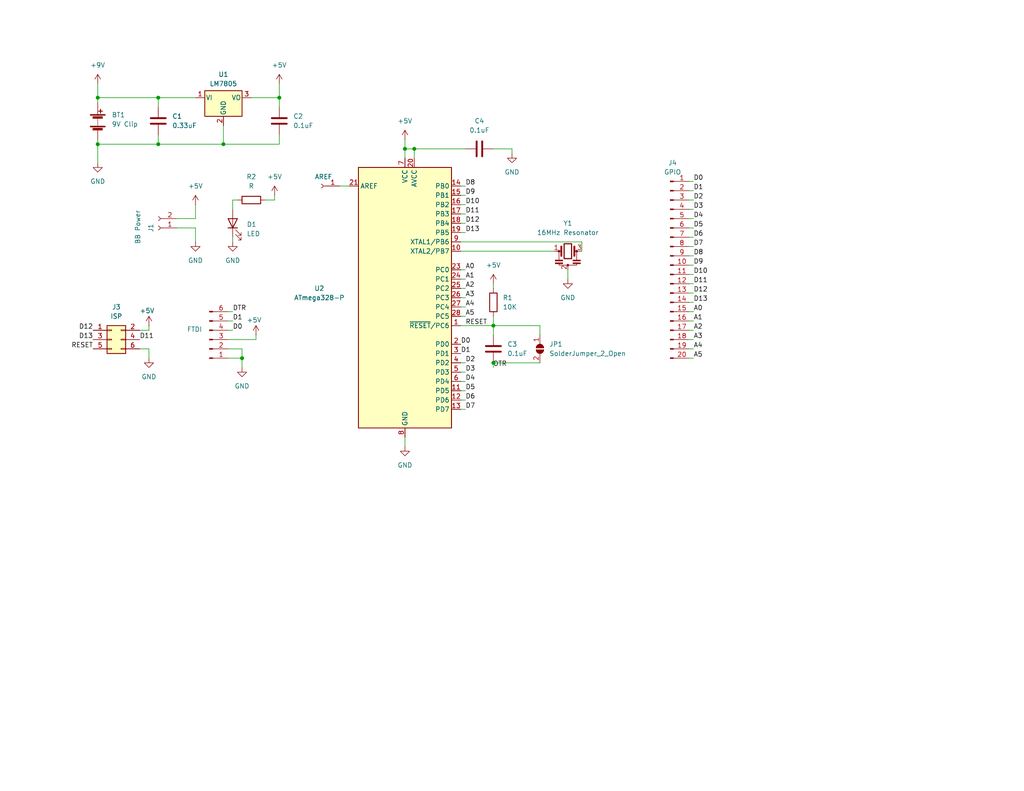
<source format=kicad_sch>
(kicad_sch (version 20231120) (generator "eeschema") (generator_version "8.0")
  (paper "USLetter")
  (title_block (title "Project 2: Arduino Clone"))
  (lib_symbols
    (symbol "05833:+9V" (power) (pin_names (offset 0))
      (property "Value" "+9V" (at 0 3.556 0))
      (symbol "+9V_0_1"
        (polyline (pts (xy -0.762 1.27) (xy 0 2.54)))
        (polyline (pts (xy 0 0) (xy 0 2.54)))
        (polyline (pts (xy 0 2.54) (xy 0.762 1.27)))
      )
      (symbol "+9V_1_1"
        (pin power_in line (at 0 0 90) (length 0) hide (name "+9V") (number "1"))
      )
    )
    (symbol "05833:Battery" (pin_numbers hide) (pin_names (offset 0) hide)
      (property "Reference" "BT" (at 2.54 2.54 0))
      (property "Value" "Battery" (at 2.54 0 0))
      (symbol "Battery_0_1"
        (rectangle (start -2.032 -1.397) (end 2.032 -1.651) (fill (type outline)))
        (rectangle (start -2.032 1.778) (end 2.032 1.524) (fill (type outline)))
        (rectangle (start -1.3208 -1.9812) (end 1.27 -2.4892) (fill (type outline)))
        (rectangle (start -1.3208 1.1938) (end 1.27 0.6858) (fill (type outline)))
        (polyline (pts (xy 0 -1.524) (xy 0 -1.27)))
        (polyline (pts (xy 0 -1.016) (xy 0 -0.762)))
        (polyline (pts (xy 0 -0.508) (xy 0 -0.254)))
        (polyline (pts (xy 0 0) (xy 0 0.254)))
        (polyline (pts (xy 0 0.508) (xy 0 0.762)))
        (polyline (pts (xy 0 1.778) (xy 0 2.54)))
        (polyline (pts (xy 0.254 2.667) (xy 1.27 2.667)) (stroke (width 0.254)))
        (polyline (pts (xy 0.762 3.175) (xy 0.762 2.159)) (stroke (width 0.254)))
      )
      (symbol "Battery_1_1"
        (pin output line (at 0 5.08 270) (length 2.54) (name "+") (number "1"))
        (pin power_out line (at 0 -5.08 90) (length 2.54) (name "-") (number "2"))
      )
    )
    (symbol "05833:Conn_02x03_Odd_Even" (pin_names (offset 1.016) hide)
      (property "Reference" "J" (at 1.27 5.08 0))
      (property "Value" "Conn_02x03_Odd_Even" (at 1.27 -5.08 0))
      (symbol "Conn_02x03_Odd_Even_1_1"
        (rectangle (start -1.27 -2.413) (end 0 -2.667) (stroke (width 0.1524)))
        (rectangle (start -1.27 0.127) (end 0 -0.127) (stroke (width 0.1524)))
        (rectangle (start -1.27 2.667) (end 0 2.413) (stroke (width 0.1524)))
        (rectangle (start -1.27 3.81) (end 3.81 -3.81) (stroke (width 0.254)) (fill (type background)))
        (rectangle (start 3.81 -2.413) (end 2.54 -2.667) (stroke (width 0.1524)))
        (rectangle (start 3.81 0.127) (end 2.54 -0.127) (stroke (width 0.1524)))
        (rectangle (start 3.81 2.667) (end 2.54 2.413) (stroke (width 0.1524)))
        (pin passive line (at -5.08 2.54 0) (length 3.81) (name "Pin_1") (number "1"))
        (pin passive line (at 7.62 2.54 180) (length 3.81) (name "Pin_2") (number "2"))
        (pin passive line (at -5.08 0 0) (length 3.81) (name "Pin_3") (number "3"))
        (pin passive line (at 7.62 0 180) (length 3.81) (name "Pin_4") (number "4"))
        (pin passive line (at -5.08 -2.54 0) (length 3.81) (name "Pin_5") (number "5"))
        (pin passive line (at 7.62 -2.54 180) (length 3.81) (name "Pin_6") (number "6"))
      )
    )
    (symbol "05833:GND" (power) (pin_names (offset 0))
      (property "Value" "GND" (at 0 -3.81 0))
      (symbol "GND_0_1"
        (polyline (pts (xy 0 0) (xy 0 -1.27) (xy 1.27 -1.27) (xy 0 -2.54) (xy -1.27 -1.27) (xy 0 -1.27)))
      )
      (symbol "GND_1_1"
        (pin power_in line (at 0 0 270) (length 0) hide (name "GND") (number "1"))
      )
    )
    (symbol "05833:R" (pin_numbers hide) (pin_names (offset 0))
      (property "Reference" "R" (at 2.032 0 90))
      (property "Value" "R" (at 0 0 90))
      (symbol "R_0_1"
        (rectangle (start -1.016 -2.54) (end 1.016 2.54) (stroke (width 0.254)))
      )
      (symbol "R_1_1"
        (pin passive line (at 0 3.81 270) (length 1.27) (name "~") (number "1"))
        (pin passive line (at 0 -3.81 90) (length 1.27) (name "~") (number "2"))
      )
    )
    (symbol "05833:Resonator" (pin_names (offset 1.016) hide)
      (property "Reference" "Y" (at 0 5.715 0))
      (property "Value" "Resonator" (at 0 3.81 0))
      (symbol "Resonator_0_1"
        (rectangle (start -3.429 -3.175) (end -1.397 -3.429) (fill (type outline)))
        (rectangle (start -3.429 -2.413) (end -1.397 -2.667) (fill (type outline)))
        (circle (center -2.413 0) (radius 0.254) (fill (type outline)))
        (rectangle (start -1.016 2.032) (end 1.016 -2.032) (stroke (width 0.3048)))
        (circle (center 0 -3.81) (radius 0.254) (fill (type outline)))
        (polyline (pts (xy -2.413 -2.413) (xy -2.413 0)))
        (polyline (pts (xy -1.905 0) (xy -3.175 0)))
        (polyline (pts (xy -1.778 -1.27) (xy -1.778 1.27)) (stroke (width 0.508)))
        (polyline (pts (xy 1.778 -1.27) (xy 1.778 1.27)) (stroke (width 0.508)))
        (polyline (pts (xy 1.905 0) (xy 2.54 0)))
        (polyline (pts (xy 2.413 0) (xy 2.413 -2.54)))
        (polyline (pts (xy 2.413 -3.302) (xy 2.413 -3.81) (xy -2.413 -3.81) (xy -2.413 -3.302)))
        (rectangle (start 1.397 -3.175) (end 3.429 -3.429) (fill (type outline)))
        (rectangle (start 1.397 -2.413) (end 3.429 -2.667) (fill (type outline)))
        (circle (center 2.413 0) (radius 0.254) (fill (type outline)))
      )
      (symbol "Resonator_1_1"
        (pin passive line (at -3.81 0 0) (length 1.27) (name "1") (number "1"))
        (pin passive line (at 0 -5.08 90) (length 1.27) (name "2") (number "2"))
        (pin passive line (at 3.81 0 180) (length 1.27) (name "3") (number "3"))
      )
    )
    (symbol "Connector:Conn_01x01_Socket" (pin_names (offset 1.016) hide)
      (property "Reference" "J" (at 0 2.54 0))
      (property "Value" "Conn_01x01_Socket" (at 0 -2.54 0))
      (symbol "Conn_01x01_Socket_1_1"
        (polyline (pts (xy -1.27 0) (xy -0.508 0)) (stroke (width 0.1524)))
        (arc (start 0 0.508) (mid -0.5058 0) (end 0 -0.508) (stroke (width 0.1524)))
        (pin passive line (at -5.08 0 0) (length 3.81) (name "Pin_1") (number "1"))
      )
    )
    (symbol "Connector:Conn_01x02_Socket" (pin_names (offset 1.016) hide)
      (property "Reference" "J" (at 0 2.54 0))
      (property "Value" "Conn_01x02_Socket" (at 0 -5.08 0))
      (symbol "Conn_01x02_Socket_1_1"
        (arc (start 0 -2.032) (mid -0.5058 -2.54) (end 0 -3.048) (stroke (width 0.1524)))
        (polyline (pts (xy -1.27 -2.54) (xy -0.508 -2.54)) (stroke (width 0.1524)))
        (polyline (pts (xy -1.27 0) (xy -0.508 0)) (stroke (width 0.1524)))
        (arc (start 0 0.508) (mid -0.5058 0) (end 0 -0.508) (stroke (width 0.1524)))
        (pin passive line (at -5.08 0 0) (length 3.81) (name "Pin_1") (number "1"))
        (pin passive line (at -5.08 -2.54 0) (length 3.81) (name "Pin_2") (number "2"))
      )
    )
    (symbol "Connector:Conn_01x06_Pin" (pin_names (offset 1.016) hide)
      (property "Reference" "J" (at 0 7.62 0))
      (property "Value" "Conn_01x06_Pin" (at 0 -10.16 0))
      (symbol "Conn_01x06_Pin_1_1"
        (polyline (pts (xy 1.27 -7.62) (xy 0.8636 -7.62)) (stroke (width 0.1524)))
        (polyline (pts (xy 1.27 -5.08) (xy 0.8636 -5.08)) (stroke (width 0.1524)))
        (polyline (pts (xy 1.27 -2.54) (xy 0.8636 -2.54)) (stroke (width 0.1524)))
        (polyline (pts (xy 1.27 0) (xy 0.8636 0)) (stroke (width 0.1524)))
        (polyline (pts (xy 1.27 2.54) (xy 0.8636 2.54)) (stroke (width 0.1524)))
        (polyline (pts (xy 1.27 5.08) (xy 0.8636 5.08)) (stroke (width 0.1524)))
        (rectangle (start 0.8636 -7.493) (end 0 -7.747) (stroke (width 0.1524)) (fill (type outline)))
        (rectangle (start 0.8636 -4.953) (end 0 -5.207) (stroke (width 0.1524)) (fill (type outline)))
        (rectangle (start 0.8636 -2.413) (end 0 -2.667) (stroke (width 0.1524)) (fill (type outline)))
        (rectangle (start 0.8636 0.127) (end 0 -0.127) (stroke (width 0.1524)) (fill (type outline)))
        (rectangle (start 0.8636 2.667) (end 0 2.413) (stroke (width 0.1524)) (fill (type outline)))
        (rectangle (start 0.8636 5.207) (end 0 4.953) (stroke (width 0.1524)) (fill (type outline)))
        (pin passive line (at 5.08 5.08 180) (length 3.81) (name "Pin_1") (number "1"))
        (pin passive line (at 5.08 2.54 180) (length 3.81) (name "Pin_2") (number "2"))
        (pin passive line (at 5.08 0 180) (length 3.81) (name "Pin_3") (number "3"))
        (pin passive line (at 5.08 -2.54 180) (length 3.81) (name "Pin_4") (number "4"))
        (pin passive line (at 5.08 -5.08 180) (length 3.81) (name "Pin_5") (number "5"))
        (pin passive line (at 5.08 -7.62 180) (length 3.81) (name "Pin_6") (number "6"))
      )
    )
    (symbol "Connector:Conn_01x20_Pin" (pin_names (offset 1.016) hide)
      (property "Reference" "J" (at 0 25.4 0))
      (property "Value" "Conn_01x20_Pin" (at 0 -27.94 0))
      (symbol "Conn_01x20_Pin_1_1"
        (polyline (pts (xy 1.27 -25.4) (xy 0.8636 -25.4)) (stroke (width 0.1524)))
        (polyline (pts (xy 1.27 -22.86) (xy 0.8636 -22.86)) (stroke (width 0.1524)))
        (polyline (pts (xy 1.27 -20.32) (xy 0.8636 -20.32)) (stroke (width 0.1524)))
        (polyline (pts (xy 1.27 -17.78) (xy 0.8636 -17.78)) (stroke (width 0.1524)))
        (polyline (pts (xy 1.27 -15.24) (xy 0.8636 -15.24)) (stroke (width 0.1524)))
        (polyline (pts (xy 1.27 -12.7) (xy 0.8636 -12.7)) (stroke (width 0.1524)))
        (polyline (pts (xy 1.27 -10.16) (xy 0.8636 -10.16)) (stroke (width 0.1524)))
        (polyline (pts (xy 1.27 -7.62) (xy 0.8636 -7.62)) (stroke (width 0.1524)))
        (polyline (pts (xy 1.27 -5.08) (xy 0.8636 -5.08)) (stroke (width 0.1524)))
        (polyline (pts (xy 1.27 -2.54) (xy 0.8636 -2.54)) (stroke (width 0.1524)))
        (polyline (pts (xy 1.27 0) (xy 0.8636 0)) (stroke (width 0.1524)))
        (polyline (pts (xy 1.27 2.54) (xy 0.8636 2.54)) (stroke (width 0.1524)))
        (polyline (pts (xy 1.27 5.08) (xy 0.8636 5.08)) (stroke (width 0.1524)))
        (polyline (pts (xy 1.27 7.62) (xy 0.8636 7.62)) (stroke (width 0.1524)))
        (polyline (pts (xy 1.27 10.16) (xy 0.8636 10.16)) (stroke (width 0.1524)))
        (polyline (pts (xy 1.27 12.7) (xy 0.8636 12.7)) (stroke (width 0.1524)))
        (polyline (pts (xy 1.27 15.24) (xy 0.8636 15.24)) (stroke (width 0.1524)))
        (polyline (pts (xy 1.27 17.78) (xy 0.8636 17.78)) (stroke (width 0.1524)))
        (polyline (pts (xy 1.27 20.32) (xy 0.8636 20.32)) (stroke (width 0.1524)))
        (polyline (pts (xy 1.27 22.86) (xy 0.8636 22.86)) (stroke (width 0.1524)))
        (rectangle (start 0.8636 -25.273) (end 0 -25.527) (stroke (width 0.1524)) (fill (type outline)))
        (rectangle (start 0.8636 -22.733) (end 0 -22.987) (stroke (width 0.1524)) (fill (type outline)))
        (rectangle (start 0.8636 -20.193) (end 0 -20.447) (stroke (width 0.1524)) (fill (type outline)))
        (rectangle (start 0.8636 -17.653) (end 0 -17.907) (stroke (width 0.1524)) (fill (type outline)))
        (rectangle (start 0.8636 -15.113) (end 0 -15.367) (stroke (width 0.1524)) (fill (type outline)))
        (rectangle (start 0.8636 -12.573) (end 0 -12.827) (stroke (width 0.1524)) (fill (type outline)))
        (rectangle (start 0.8636 -10.033) (end 0 -10.287) (stroke (width 0.1524)) (fill (type outline)))
        (rectangle (start 0.8636 -7.493) (end 0 -7.747) (stroke (width 0.1524)) (fill (type outline)))
        (rectangle (start 0.8636 -4.953) (end 0 -5.207) (stroke (width 0.1524)) (fill (type outline)))
        (rectangle (start 0.8636 -2.413) (end 0 -2.667) (stroke (width 0.1524)) (fill (type outline)))
        (rectangle (start 0.8636 0.127) (end 0 -0.127) (stroke (width 0.1524)) (fill (type outline)))
        (rectangle (start 0.8636 2.667) (end 0 2.413) (stroke (width 0.1524)) (fill (type outline)))
        (rectangle (start 0.8636 5.207) (end 0 4.953) (stroke (width 0.1524)) (fill (type outline)))
        (rectangle (start 0.8636 7.747) (end 0 7.493) (stroke (width 0.1524)) (fill (type outline)))
        (rectangle (start 0.8636 10.287) (end 0 10.033) (stroke (width 0.1524)) (fill (type outline)))
        (rectangle (start 0.8636 12.827) (end 0 12.573) (stroke (width 0.1524)) (fill (type outline)))
        (rectangle (start 0.8636 15.367) (end 0 15.113) (stroke (width 0.1524)) (fill (type outline)))
        (rectangle (start 0.8636 17.907) (end 0 17.653) (stroke (width 0.1524)) (fill (type outline)))
        (rectangle (start 0.8636 20.447) (end 0 20.193) (stroke (width 0.1524)) (fill (type outline)))
        (rectangle (start 0.8636 22.987) (end 0 22.733) (stroke (width 0.1524)) (fill (type outline)))
        (pin passive line (at 5.08 22.86 180) (length 3.81) (name "Pin_1") (number "1"))
        (pin passive line (at 5.08 0 180) (length 3.81) (name "Pin_10") (number "10"))
        (pin passive line (at 5.08 -2.54 180) (length 3.81) (name "Pin_11") (number "11"))
        (pin passive line (at 5.08 -5.08 180) (length 3.81) (name "Pin_12") (number "12"))
        (pin passive line (at 5.08 -7.62 180) (length 3.81) (name "Pin_13") (number "13"))
        (pin passive line (at 5.08 -10.16 180) (length 3.81) (name "Pin_14") (number "14"))
        (pin passive line (at 5.08 -12.7 180) (length 3.81) (name "Pin_15") (number "15"))
        (pin passive line (at 5.08 -15.24 180) (length 3.81) (name "Pin_16") (number "16"))
        (pin passive line (at 5.08 -17.78 180) (length 3.81) (name "Pin_17") (number "17"))
        (pin passive line (at 5.08 -20.32 180) (length 3.81) (name "Pin_18") (number "18"))
        (pin passive line (at 5.08 -22.86 180) (length 3.81) (name "Pin_19") (number "19"))
        (pin passive line (at 5.08 20.32 180) (length 3.81) (name "Pin_2") (number "2"))
        (pin passive line (at 5.08 -25.4 180) (length 3.81) (name "Pin_20") (number "20"))
        (pin passive line (at 5.08 17.78 180) (length 3.81) (name "Pin_3") (number "3"))
        (pin passive line (at 5.08 15.24 180) (length 3.81) (name "Pin_4") (number "4"))
        (pin passive line (at 5.08 12.7 180) (length 3.81) (name "Pin_5") (number "5"))
        (pin passive line (at 5.08 10.16 180) (length 3.81) (name "Pin_6") (number "6"))
        (pin passive line (at 5.08 7.62 180) (length 3.81) (name "Pin_7") (number "7"))
        (pin passive line (at 5.08 5.08 180) (length 3.81) (name "Pin_8") (number "8"))
        (pin passive line (at 5.08 2.54 180) (length 3.81) (name "Pin_9") (number "9"))
      )
    )
    (symbol "Device:C" (pin_numbers hide) (pin_names (offset 0.254))
      (property "Reference" "C" (at 0.635 2.54 0))
      (property "Value" "C" (at 0.635 -2.54 0))
      (symbol "C_0_1"
        (polyline (pts (xy -2.032 -0.762) (xy 2.032 -0.762)) (stroke (width 0.508)))
        (polyline (pts (xy -2.032 0.762) (xy 2.032 0.762)) (stroke (width 0.508)))
      )
      (symbol "C_1_1"
        (pin passive line (at 0 3.81 270) (length 2.794) (name "~") (number "1"))
        (pin passive line (at 0 -3.81 90) (length 2.794) (name "~") (number "2"))
      )
    )
    (symbol "Device:LED" (pin_numbers hide) (pin_names (offset 1.016) hide)
      (property "Reference" "D" (at 0 2.54 0))
      (property "Value" "LED" (at 0 -2.54 0))
      (symbol "LED_0_1"
        (polyline (pts (xy -1.27 -1.27) (xy -1.27 1.27)) (stroke (width 0.254)))
        (polyline (pts (xy -1.27 0) (xy 1.27 0)))
        (polyline (pts (xy 1.27 -1.27) (xy 1.27 1.27) (xy -1.27 0) (xy 1.27 -1.27)) (stroke (width 0.254)))
        (polyline (pts (xy -3.048 -0.762) (xy -4.572 -2.286) (xy -3.81 -2.286) (xy -4.572 -2.286) (xy -4.572 -1.524)))
        (polyline (pts (xy -1.778 -0.762) (xy -3.302 -2.286) (xy -2.54 -2.286) (xy -3.302 -2.286) (xy -3.302 -1.524)))
      )
      (symbol "LED_1_1"
        (pin passive line (at -3.81 0 0) (length 2.54) (name "K") (number "1"))
        (pin passive line (at 3.81 0 180) (length 2.54) (name "A") (number "2"))
      )
    )
    (symbol "Jumper:SolderJumper_2_Open" (pin_names (offset 0) hide)
      (property "Reference" "JP" (at 0 2.032 0))
      (property "Value" "SolderJumper_2_Open" (at 0 -2.54 0))
      (symbol "SolderJumper_2_Open_0_1"
        (arc (start -0.254 1.016) (mid -1.2656 0) (end -0.254 -1.016))
        (arc (start -0.254 1.016) (mid -1.2656 0) (end -0.254 -1.016) (fill (type outline)))
        (polyline (pts (xy -0.254 1.016) (xy -0.254 -1.016)))
        (polyline (pts (xy 0.254 1.016) (xy 0.254 -1.016)))
        (arc (start 0.254 -1.016) (mid 1.2656 0) (end 0.254 1.016))
        (arc (start 0.254 -1.016) (mid 1.2656 0) (end 0.254 1.016) (fill (type outline)))
      )
      (symbol "SolderJumper_2_Open_1_1"
        (pin passive line (at -3.81 0 0) (length 2.54) (name "A") (number "1"))
        (pin passive line (at 3.81 0 180) (length 2.54) (name "B") (number "2"))
      )
    )
    (symbol "MCU_Microchip_ATmega:ATmega328-P"
      (property "Reference" "U" (at -12.7 36.83 0))
      (property "Value" "ATmega328-P" (at 2.54 -36.83 0))
      (symbol "ATmega328-P_0_1"
        (rectangle (start -12.7 -35.56) (end 12.7 35.56) (stroke (width 0.254)) (fill (type background)))
      )
      (symbol "ATmega328-P_1_1"
        (pin bidirectional line (at 15.24 -7.62 180) (length 2.54) (name "~{RESET}/PC6") (number "1"))
        (pin bidirectional line (at 15.24 12.7 180) (length 2.54) (name "XTAL2/PB7") (number "10"))
        (pin bidirectional line (at 15.24 -25.4 180) (length 2.54) (name "PD5") (number "11"))
        (pin bidirectional line (at 15.24 -27.94 180) (length 2.54) (name "PD6") (number "12"))
        (pin bidirectional line (at 15.24 -30.48 180) (length 2.54) (name "PD7") (number "13"))
        (pin bidirectional line (at 15.24 30.48 180) (length 2.54) (name "PB0") (number "14"))
        (pin bidirectional line (at 15.24 27.94 180) (length 2.54) (name "PB1") (number "15"))
        (pin bidirectional line (at 15.24 25.4 180) (length 2.54) (name "PB2") (number "16"))
        (pin bidirectional line (at 15.24 22.86 180) (length 2.54) (name "PB3") (number "17"))
        (pin bidirectional line (at 15.24 20.32 180) (length 2.54) (name "PB4") (number "18"))
        (pin bidirectional line (at 15.24 17.78 180) (length 2.54) (name "PB5") (number "19"))
        (pin bidirectional line (at 15.24 -12.7 180) (length 2.54) (name "PD0") (number "2"))
        (pin power_in line (at 2.54 38.1 270) (length 2.54) (name "AVCC") (number "20"))
        (pin passive line (at -15.24 30.48 0) (length 2.54) (name "AREF") (number "21"))
        (pin passive line (at 0 -38.1 90) (length 2.54) hide (name "GND") (number "22"))
        (pin bidirectional line (at 15.24 7.62 180) (length 2.54) (name "PC0") (number "23"))
        (pin bidirectional line (at 15.24 5.08 180) (length 2.54) (name "PC1") (number "24"))
        (pin bidirectional line (at 15.24 2.54 180) (length 2.54) (name "PC2") (number "25"))
        (pin bidirectional line (at 15.24 0 180) (length 2.54) (name "PC3") (number "26"))
        (pin bidirectional line (at 15.24 -2.54 180) (length 2.54) (name "PC4") (number "27"))
        (pin bidirectional line (at 15.24 -5.08 180) (length 2.54) (name "PC5") (number "28"))
        (pin bidirectional line (at 15.24 -15.24 180) (length 2.54) (name "PD1") (number "3"))
        (pin bidirectional line (at 15.24 -17.78 180) (length 2.54) (name "PD2") (number "4"))
        (pin bidirectional line (at 15.24 -20.32 180) (length 2.54) (name "PD3") (number "5"))
        (pin bidirectional line (at 15.24 -22.86 180) (length 2.54) (name "PD4") (number "6"))
        (pin power_in line (at 0 38.1 270) (length 2.54) (name "VCC") (number "7"))
        (pin power_in line (at 0 -38.1 90) (length 2.54) (name "GND") (number "8"))
        (pin bidirectional line (at 15.24 15.24 180) (length 2.54) (name "XTAL1/PB6") (number "9"))
      )
    )
    (symbol "Regulator_Linear:LM7805_TO220" (pin_names (offset 0.254))
      (property "Reference" "U" (at -3.81 3.175 0))
      (property "Value" "LM7805_TO220" (at 0 3.175 0))
      (symbol "LM7805_TO220_0_1"
        (rectangle (start -5.08 1.905) (end 5.08 -5.08) (stroke (width 0.254)) (fill (type background)))
      )
      (symbol "LM7805_TO220_1_1"
        (pin power_in line (at -7.62 0 0) (length 2.54) (name "VI") (number "1"))
        (pin power_in line (at 0 -7.62 90) (length 2.54) (name "GND") (number "2"))
        (pin power_out line (at 7.62 0 180) (length 2.54) (name "VO") (number "3"))
      )
    )
    (symbol "power:+5V" (power) (pin_numbers hide) (pin_names (offset 0) hide)
      (property "Value" "+5V" (at 0 3.556 0))
      (symbol "+5V_0_1"
        (polyline (pts (xy -0.762 1.27) (xy 0 2.54)))
        (polyline (pts (xy 0 0) (xy 0 2.54)))
        (polyline (pts (xy 0 2.54) (xy 0.762 1.27)))
      )
      (symbol "+5V_1_1"
        (pin power_in line (at 0 0 90) (length 0) (name "~") (number "1"))
      )
    )
  )
  (junction (at 26.67 26.67))
  (junction (at 113.03 40.64))
  (junction (at 43.18 39.37))
  (junction (at 43.18 26.67))
  (junction (at 26.67 39.37))
  (junction (at 76.2 26.67))
  (junction (at 66.04 97.79))
  (junction (at 60.96 39.37))
  (junction (at 134.62 99.06))
  (junction (at 134.62 88.9))
  (junction (at 110.49 40.64))
  (wire (pts (xy 125.73 55.88) (xy 127 55.88)))
  (wire (pts (xy 125.73 81.28) (xy 127 81.28)))
  (wire (pts (xy 62.23 97.79) (xy 66.04 97.79)))
  (wire (pts (xy 189.23 92.71) (xy 187.96 92.71)))
  (wire (pts (xy 125.73 83.82) (xy 127 83.82)))
  (wire (pts (xy 74.93 53.34) (xy 74.93 54.61)))
  (wire (pts (xy 43.18 39.37) (xy 60.96 39.37)))
  (wire (pts (xy 125.73 78.74) (xy 127 78.74)))
  (wire (pts (xy 189.23 74.93) (xy 187.96 74.93)))
  (wire (pts (xy 48.26 62.23) (xy 53.34 62.23)))
  (wire (pts (xy 125.73 109.22) (xy 127 109.22)))
  (wire (pts (xy 189.23 54.61) (xy 187.96 54.61)))
  (wire (pts (xy 76.2 22.86) (xy 76.2 26.67)))
  (wire (pts (xy 125.73 60.96) (xy 127 60.96)))
  (wire (pts (xy 134.62 77.47) (xy 134.62 78.74)))
  (wire (pts (xy 76.2 29.21) (xy 76.2 26.67)))
  (wire (pts (xy 125.73 53.34) (xy 127 53.34)))
  (wire (pts (xy 53.34 55.88) (xy 53.34 59.69)))
  (wire (pts (xy 40.64 97.79) (xy 40.64 95.25)))
  (wire (pts (xy 125.73 99.06) (xy 127 99.06)))
  (wire (pts (xy 147.32 88.9) (xy 147.32 91.44)))
  (wire (pts (xy 189.23 69.85) (xy 187.96 69.85)))
  (wire (pts (xy 76.2 39.37) (xy 76.2 36.83)))
  (wire (pts (xy 110.49 40.64) (xy 110.49 43.18)))
  (wire (pts (xy 189.23 64.77) (xy 187.96 64.77)))
  (wire (pts (xy 26.67 39.37) (xy 43.18 39.37)))
  (wire (pts (xy 189.23 77.47) (xy 187.96 77.47)))
  (wire (pts (xy 26.67 26.67) (xy 43.18 26.67)))
  (wire (pts (xy 158.75 66.04) (xy 158.75 68.58)))
  (wire (pts (xy 69.85 91.44) (xy 69.85 92.71)))
  (wire (pts (xy 26.67 22.86) (xy 26.67 26.67)))
  (wire (pts (xy 125.73 58.42) (xy 127 58.42)))
  (wire (pts (xy 125.73 106.68) (xy 127 106.68)))
  (wire (pts (xy 110.49 38.1) (xy 110.49 40.64)))
  (wire (pts (xy 125.73 88.9) (xy 134.62 88.9)))
  (wire (pts (xy 63.5 64.77) (xy 63.5 66.04)))
  (wire (pts (xy 38.1 90.17) (xy 40.64 90.17)))
  (wire (pts (xy 125.73 76.2) (xy 127 76.2)))
  (wire (pts (xy 113.03 40.64) (xy 113.03 43.18)))
  (wire (pts (xy 189.23 85.09) (xy 187.96 85.09)))
  (wire (pts (xy 60.96 39.37) (xy 76.2 39.37)))
  (wire (pts (xy 125.73 104.14) (xy 127 104.14)))
  (wire (pts (xy 63.5 85.09) (xy 62.23 85.09)))
  (wire (pts (xy 189.23 49.53) (xy 187.96 49.53)))
  (wire (pts (xy 64.77 54.61) (xy 63.5 54.61)))
  (wire (pts (xy 189.23 59.69) (xy 187.96 59.69)))
  (wire (pts (xy 134.62 100.33) (xy 134.62 99.06)))
  (wire (pts (xy 134.62 88.9) (xy 134.62 91.44)))
  (wire (pts (xy 189.23 62.23) (xy 187.96 62.23)))
  (wire (pts (xy 189.23 80.01) (xy 187.96 80.01)))
  (wire (pts (xy 40.64 90.17) (xy 40.64 88.9)))
  (wire (pts (xy 125.73 63.5) (xy 127 63.5)))
  (wire (pts (xy 110.49 119.38) (xy 110.49 121.92)))
  (wire (pts (xy 43.18 26.67) (xy 53.34 26.67)))
  (wire (pts (xy 189.23 67.31) (xy 187.96 67.31)))
  (wire (pts (xy 189.23 82.55) (xy 187.96 82.55)))
  (wire (pts (xy 189.23 97.79) (xy 187.96 97.79)))
  (wire (pts (xy 72.39 54.61) (xy 74.93 54.61)))
  (wire (pts (xy 66.04 95.25) (xy 66.04 97.79)))
  (wire (pts (xy 63.5 90.17) (xy 62.23 90.17)))
  (wire (pts (xy 43.18 36.83) (xy 43.18 39.37)))
  (wire (pts (xy 154.94 73.66) (xy 154.94 76.2)))
  (wire (pts (xy 69.85 92.71) (xy 62.23 92.71)))
  (wire (pts (xy 43.18 26.67) (xy 43.18 29.21)))
  (wire (pts (xy 110.49 40.64) (xy 113.03 40.64)))
  (wire (pts (xy 53.34 66.04) (xy 53.34 62.23)))
  (wire (pts (xy 125.73 73.66) (xy 127 73.66)))
  (wire (pts (xy 125.73 68.58) (xy 151.13 68.58)))
  (wire (pts (xy 66.04 97.79) (xy 66.04 100.33)))
  (wire (pts (xy 113.03 40.64) (xy 127 40.64)))
  (wire (pts (xy 134.62 99.06) (xy 147.32 99.06)))
  (wire (pts (xy 125.73 50.8) (xy 127 50.8)))
  (wire (pts (xy 92.71 50.8) (xy 95.25 50.8)))
  (wire (pts (xy 48.26 59.69) (xy 53.34 59.69)))
  (wire (pts (xy 189.23 90.17) (xy 187.96 90.17)))
  (wire (pts (xy 147.32 88.9) (xy 134.62 88.9)))
  (wire (pts (xy 76.2 26.67) (xy 68.58 26.67)))
  (wire (pts (xy 125.73 66.04) (xy 158.75 66.04)))
  (wire (pts (xy 189.23 52.07) (xy 187.96 52.07)))
  (wire (pts (xy 26.67 39.37) (xy 26.67 44.45)))
  (wire (pts (xy 125.73 101.6) (xy 127 101.6)))
  (wire (pts (xy 125.73 111.76) (xy 127 111.76)))
  (wire (pts (xy 125.73 86.36) (xy 127 86.36)))
  (wire (pts (xy 139.7 40.64) (xy 139.7 41.91)))
  (wire (pts (xy 60.96 34.29) (xy 60.96 39.37)))
  (wire (pts (xy 26.67 38.1) (xy 26.67 39.37)))
  (wire (pts (xy 189.23 95.25) (xy 187.96 95.25)))
  (wire (pts (xy 62.23 95.25) (xy 66.04 95.25)))
  (wire (pts (xy 189.23 72.39) (xy 187.96 72.39)))
  (wire (pts (xy 189.23 87.63) (xy 187.96 87.63)))
  (wire (pts (xy 40.64 95.25) (xy 38.1 95.25)))
  (wire (pts (xy 63.5 54.61) (xy 63.5 57.15)))
  (wire (pts (xy 134.62 86.36) (xy 134.62 88.9)))
  (wire (pts (xy 26.67 26.67) (xy 26.67 27.94)))
  (wire (pts (xy 63.5 87.63) (xy 62.23 87.63)))
  (wire (pts (xy 134.62 40.64) (xy 139.7 40.64)))
  (wire (pts (xy 189.23 57.15) (xy 187.96 57.15)))
  (label "D11" (at 38.1 92.71 0))
  (label "D9" (at 127 53.34 0))
  (label "D5" (at 127 106.68 0))
  (label "A1" (at 127 76.2 0))
  (label "D10" (at 189.23 74.93 0))
  (label "A0" (at 127 73.66 0))
  (label "D3" (at 127 101.6 0))
  (label "D3" (at 189.23 57.15 0))
  (label "D1" (at 125.73 96.52 0))
  (label "RESET" (at 25.4 95.25 180))
  (label "D0" (at 125.73 93.98 0))
  (label "A3" (at 127 81.28 0))
  (label "D5" (at 189.23 62.23 0))
  (label "D6" (at 127 109.22 0))
  (label "D0" (at 189.23 49.53 0))
  (label "D0" (at 63.5 90.17 0))
  (label "D11" (at 127 58.42 0))
  (label "A2" (at 189.23 90.17 0))
  (label "D2" (at 127 99.06 0))
  (label "DTR" (at 134.62 100.33 0))
  (label "D12" (at 127 60.96 0))
  (label "D8" (at 127 50.8 0))
  (label "A2" (at 127 78.74 0))
  (label "A4" (at 127 83.82 0))
  (label "D12" (at 189.23 80.01 0))
  (label "D4" (at 127 104.14 0))
  (label "D1" (at 189.23 52.07 0))
  (label "D11" (at 189.23 77.47 0))
  (label "A5" (at 189.23 97.79 0))
  (label "D13" (at 127 63.5 0))
  (label "D13" (at 25.4 92.71 180))
  (label "A1" (at 189.23 87.63 0))
  (label "D4" (at 189.23 59.69 0))
  (label "A0" (at 189.23 85.09 0))
  (label "A4" (at 189.23 95.25 0))
  (label "D12" (at 25.4 90.17 180))
  (label "D6" (at 189.23 64.77 0))
  (label "D7" (at 127 111.76 0))
  (label "D8" (at 189.23 69.85 0))
  (label "D1" (at 63.5 87.63 0))
  (label "D9" (at 189.23 72.39 0))
  (label "D13" (at 189.23 82.55 0))
  (label "D2" (at 189.23 54.61 0))
  (label "A5" (at 127 86.36 0))
  (label "DTR" (at 63.5 85.09 0))
  (label "D7" (at 189.23 67.31 0))
  (label "D10" (at 127 55.88 0))
  (label "RESET" (at 127 88.9 0))
  (label "A3" (at 189.23 92.71 0))
  (symbol (lib_id "05833:Battery") (at 26.67 33.02 0) (unit 1)
    (property "Reference" "BT1" (at 30.48 31.3689 0) (effects (justify left)))
    (property "Value" "9V Clip" (at 30.48 33.9089 0) (effects (justify left)))
    (property "Footprint" "05833:Battery_SnapConnector" (effects (hide yes)))
    (property "Description" "Multiple-cell battery" (effects (hide yes)))
  )
  (symbol (lib_id "Jumper:SolderJumper_2_Open") (at 147.32 95.25 270) (unit 1)
    (property "Reference" "JP1" (at 149.86 93.9799 90) (effects (justify left)))
    (property "Value" "SolderJumper_2_Open" (at 149.86 96.5199 90) (effects (justify left)))
    (property "Footprint" "Jumper:SolderJumper-2_P1.3mm_Open_RoundedPad1.0x1.5mm" (effects (hide yes)))
    (property "Description" "Solder Jumper, 2-pole, open" (effects (hide yes)))
  )
  (symbol (lib_id "05833:GND") (at 110.49 121.92 0) (unit 1)
    (property "Reference" "#PWR06" (effects (hide yes)))
    (property "Value" "GND" (at 110.49 127 0))
    (property "Description" "Power symbol creates a global label with name \"GND\" , ground" (effects (hide yes)))
  )
  (symbol (lib_id "Regulator_Linear:LM7805_TO220") (at 60.96 26.67 0) (unit 1)
    (property "Reference" "U1" (at 60.96 20.32 0))
    (property "Value" "LM7805" (at 60.96 22.86 0))
    (property "Footprint" "Package_TO_SOT_THT:TO-220-3_Horizontal_TabDown" (effects (hide yes)))
    (property "Datasheet" "https://www.onsemi.cn/PowerSolutions/document/MC7800-D.PDF" (effects (hide yes)))
    (property "Description" "Positive 1A 35V Linear Regulator, Fixed Output 5V, TO-220" (effects (hide yes)))
  )
  (symbol (lib_id "Device:C") (at 134.62 95.25 0) (unit 1)
    (property "Reference" "C3" (at 138.43 93.9799 0) (effects (justify left)))
    (property "Value" "0.1uF" (at 138.43 96.5199 0) (effects (justify left)))
    (property "Footprint" "05833:C_Disc_D3.0mm_W1.6mm_P2.50mm" (effects (hide yes)))
    (property "Description" "Unpolarized capacitor" (effects (hide yes)))
  )
  (symbol (lib_id "Connector:Conn_01x20_Pin") (at 182.88 72.39 0) (unit 1)
    (property "Reference" "J4" (at 183.515 44.45 0))
    (property "Value" "GPIO" (at 183.515 46.99 0))
    (property "Footprint" "05833:ArduinoGPIO_1x20_P2.54mm_Horizontal" (effects (hide yes)))
    (property "Description" "Generic connector, single row, 01x20, script generated" (effects (hide yes)))
  )
  (symbol (lib_id "05833:R") (at 68.58 54.61 270) (unit 1)
    (property "Reference" "R2" (at 68.58 48.26 90))
    (property "Value" "R" (at 68.58 50.8 90))
    (property "Footprint" "Resistor_THT:R_Axial_DIN0207_L6.3mm_D2.5mm_P7.62mm_Horizontal" (effects (hide yes)))
    (property "Description" "Resistor" (effects (hide yes)))
  )
  (symbol (lib_id "power:+5V") (at 110.49 38.1 0) (unit 1)
    (property "Reference" "#PWR07" (effects (hide yes)))
    (property "Value" "+5V" (at 110.49 33.02 0))
    (property "Description" "Power symbol creates a global label with name \"+5V\"" (effects (hide yes)))
  )
  (symbol (lib_id "power:+5V") (at 40.64 88.9 0) (unit 1)
    (property "Reference" "#PWR013" (effects (hide yes)))
    (property "Value" "+5V" (at 40.132 84.836 0))
    (property "Description" "Power symbol creates a global label with name \"+5V\"" (effects (hide yes)))
  )
  (symbol (lib_id "05833:R") (at 134.62 82.55 0) (unit 1)
    (property "Reference" "R1" (at 137.16 81.2799 0) (effects (justify left)))
    (property "Value" "10K" (at 137.16 83.8199 0) (effects (justify left)))
    (property "Footprint" "05833:R_Axial_QuarterWatt_Horizontal" (effects (hide yes)))
    (property "Description" "Resistor" (effects (hide yes)))
  )
  (symbol (lib_id "05833:GND") (at 53.34 66.04 0) (unit 1)
    (property "Reference" "#PWR010" (effects (hide yes)))
    (property "Value" "GND" (at 53.34 71.12 0))
    (property "Description" "Power symbol creates a global label with name \"GND\" , ground" (effects (hide yes)))
  )
  (symbol (lib_id "Device:C") (at 130.81 40.64 270) (unit 1)
    (property "Reference" "C4" (at 130.81 33.02 90))
    (property "Value" "0.1uF" (at 130.81 35.56 90))
    (property "Footprint" "05833:C_Disc_D3.0mm_W1.6mm_P2.50mm" (effects (hide yes)))
    (property "Description" "Unpolarized capacitor" (effects (hide yes)))
  )
  (symbol (lib_id "Connector:Conn_01x06_Pin") (at 57.15 92.71 0) (mirror x) (unit 1)
    (property "Reference" "J2" (effects (hide yes)))
    (property "Value" "FTDI" (at 53.086 89.916 0))
    (property "Footprint" "05833:FTDI_1x06_P2.54mm_Vertical" (effects (hide yes)))
    (property "Description" "Generic connector, single row, 01x06, script generated" (effects (hide yes)))
  )
  (symbol (lib_id "05833:GND") (at 154.94 76.2 0) (unit 1)
    (property "Reference" "#PWR04" (effects (hide yes)))
    (property "Value" "GND" (at 154.94 81.28 0))
    (property "Description" "Power symbol creates a global label with name \"GND\" , ground" (effects (hide yes)))
  )
  (symbol (lib_id "power:+5V") (at 76.2 22.86 0) (unit 1)
    (property "Reference" "#PWR03" (effects (hide yes)))
    (property "Value" "+5V" (at 76.2 17.78 0))
    (property "Description" "Power symbol creates a global label with name \"+5V\"" (effects (hide yes)))
  )
  (symbol (lib_id "05833:GND") (at 66.04 100.33 0) (unit 1)
    (property "Reference" "#PWR011" (effects (hide yes)))
    (property "Value" "GND" (at 66.04 105.41 0))
    (property "Description" "Power symbol creates a global label with name \"GND\" , ground" (effects (hide yes)))
  )
  (symbol (lib_id "05833:GND") (at 40.64 97.79 0) (unit 1)
    (property "Reference" "#PWR014" (effects (hide yes)))
    (property "Value" "GND" (at 40.64 102.87 0))
    (property "Description" "Power symbol creates a global label with name \"GND\" , ground" (effects (hide yes)))
  )
  (symbol (lib_id "Device:C") (at 76.2 33.02 0) (unit 1)
    (property "Reference" "C2" (at 80.01 31.7499 0) (effects (justify left)))
    (property "Value" "0.1uF" (at 80.01 34.2899 0) (effects (justify left)))
    (property "Footprint" "05833:C_Disc_D3.0mm_W1.6mm_P2.50mm" (effects (hide yes)))
    (property "Description" "Unpolarized capacitor" (effects (hide yes)))
  )
  (symbol (lib_id "Connector:Conn_01x02_Socket") (at 43.18 62.23 180) (unit 1)
    (property "Reference" "J1" (at 41.148 62.23 90))
    (property "Value" "BB Power" (at 37.592 61.976 90))
    (property "Footprint" "05833:BB_PowerRails" (effects (hide yes)))
    (property "Description" "Generic connector, single row, 01x02, script generated" (effects (hide yes)))
  )
  (symbol (lib_id "MCU_Microchip_ATmega:ATmega328-P") (at 110.49 81.28 0) (unit 1)
    (property "Reference" "U2" (at 87.122 78.74 0))
    (property "Value" "ATmega328-P" (at 87.122 81.28 0))
    (property "Footprint" "05833:DIP-28_W7.62mm" (effects (hide yes)))
    (property "Datasheet" "http://ww1.microchip.com/downloads/en/DeviceDoc/ATmega328_P%20AVR%20MCU%20with%20picoPower%20Technology%20Data%20Sheet%2040001984A.pdf" (effects (hide yes)))
    (property "Description" "20MHz, 32kB Flash, 2kB SRAM, 1kB EEPROM, DIP-28" (effects (hide yes)))
  )
  (symbol (lib_id "05833:Resonator") (at 154.94 68.58 0) (unit 1)
    (property "Reference" "Y1" (at 154.94 60.96 0))
    (property "Value" "16MHz Resonator" (at 154.94 63.5 0))
    (property "Footprint" "05833:Resonator-3Pin_W6.0mm_H3.0mm" (effects (hide yes)))
    (property "Description" "Three pin ceramic resonator" (effects (hide yes)))
  )
  (symbol (lib_id "power:+5V") (at 74.93 53.34 0) (unit 1)
    (property "Reference" "#PWR016" (effects (hide yes)))
    (property "Value" "+5V" (at 74.93 48.26 0))
    (property "Description" "Power symbol creates a global label with name \"+5V\"" (effects (hide yes)))
  )
  (symbol (lib_id "05833:Conn_02x03_Odd_Even") (at 30.48 92.71 0) (unit 1)
    (property "Reference" "J3" (at 31.75 83.82 0))
    (property "Value" "ISP" (at 31.75 86.36 0))
    (property "Footprint" "05833:PinHeader_2x03_P2.54mm_Vertical" (effects (hide yes)))
    (property "Description" "Generic connector, double row, 02x03, odd/even pin numbering scheme (row 1 odd numbers, row 2 even numbers), script generated (kicad-library-utils/schlib/autogen/connector/)" (effects (hide yes)))
  )
  (symbol (lib_id "Device:C") (at 43.18 33.02 0) (unit 1)
    (property "Reference" "C1" (at 46.99 31.7499 0) (effects (justify left)))
    (property "Value" "0.33uF" (at 46.99 34.2899 0) (effects (justify left)))
    (property "Footprint" "05833:C_Disc_D3.0mm_W1.6mm_P2.50mm" (effects (hide yes)))
    (property "Description" "Unpolarized capacitor" (effects (hide yes)))
  )
  (symbol (lib_id "power:+5V") (at 69.85 91.44 0) (unit 1)
    (property "Reference" "#PWR012" (effects (hide yes)))
    (property "Value" "+5V" (at 69.342 87.376 0))
    (property "Description" "Power symbol creates a global label with name \"+5V\"" (effects (hide yes)))
  )
  (symbol (lib_id "05833:GND") (at 26.67 44.45 0) (unit 1)
    (property "Reference" "#PWR02" (effects (hide yes)))
    (property "Value" "GND" (at 26.67 49.53 0))
    (property "Description" "Power symbol creates a global label with name \"GND\" , ground" (effects (hide yes)))
  )
  (symbol (lib_id "Device:LED") (at 63.5 60.96 90) (unit 1)
    (property "Reference" "D1" (at 67.31 61.2774 90) (effects (justify right)))
    (property "Value" "LED" (at 67.31 63.8174 90) (effects (justify right)))
    (property "Footprint" "LED_THT:LED_D3.0mm" (effects (hide yes)))
    (property "Description" "Light emitting diode" (effects (hide yes)))
  )
  (symbol (lib_id "05833:GND") (at 139.7 41.91 0) (unit 1)
    (property "Reference" "#PWR08" (effects (hide yes)))
    (property "Value" "GND" (at 139.7 46.99 0))
    (property "Description" "Power symbol creates a global label with name \"GND\" , ground" (effects (hide yes)))
  )
  (symbol (lib_id "05833:GND") (at 63.5 66.04 0) (unit 1)
    (property "Reference" "#PWR015" (effects (hide yes)))
    (property "Value" "GND" (at 63.5 71.12 0))
    (property "Description" "Power symbol creates a global label with name \"GND\" , ground" (effects (hide yes)))
  )
  (symbol (lib_id "05833:+9V") (at 26.67 22.86 0) (unit 1)
    (property "Reference" "#PWR01" (effects (hide yes)))
    (property "Value" "+9V" (at 26.67 17.78 0))
    (property "Description" "Power symbol creates a global label with name \"+9V\"" (effects (hide yes)))
  )
  (symbol (lib_id "Connector:Conn_01x01_Socket") (at 87.63 50.8 180) (unit 1)
    (property "Reference" "AREF1" (effects (hide yes)))
    (property "Value" "AREF" (at 88.265 48.26 0))
    (property "Footprint" "05833:PinHeader_1x01_P2.54mm_Vertical" (effects (hide yes)))
    (property "Description" "Generic connector, single row, 01x01, script generated" (effects (hide yes)))
  )
  (symbol (lib_id "power:+5V") (at 53.34 55.88 0) (unit 1)
    (property "Reference" "#PWR09" (effects (hide yes)))
    (property "Value" "+5V" (at 53.34 50.8 0))
    (property "Description" "Power symbol creates a global label with name \"+5V\"" (effects (hide yes)))
  )
  (symbol (lib_id "power:+5V") (at 134.62 77.47 0) (unit 1)
    (property "Reference" "#PWR05" (effects (hide yes)))
    (property "Value" "+5V" (at 134.62 72.39 0))
    (property "Description" "Power symbol creates a global label with name \"+5V\"" (effects (hide yes)))
  )
)
</source>
